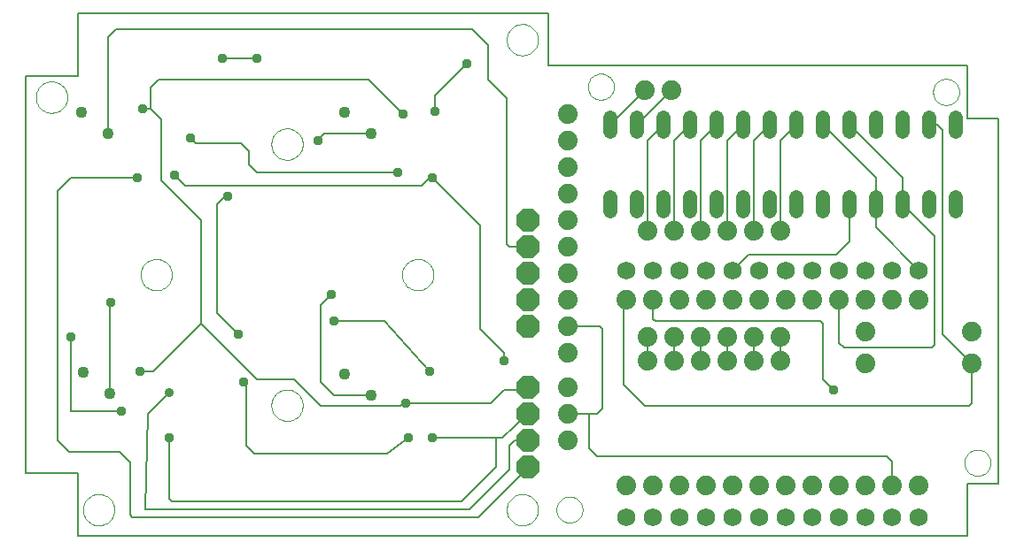
<source format=gbl>
G75*
%MOIN*%
%OFA0B0*%
%FSLAX24Y24*%
%IPPOS*%
%LPD*%
%AMOC8*
5,1,8,0,0,1.08239X$1,22.5*
%
%ADD10C,0.0000*%
%ADD11C,0.0080*%
%ADD12C,0.0436*%
%ADD13OC8,0.0850*%
%ADD14C,0.0520*%
%ADD15C,0.0740*%
%ADD16C,0.0690*%
%ADD17C,0.0356*%
%ADD18OC8,0.0356*%
D10*
X002665Y001484D02*
X002667Y001532D01*
X002673Y001580D01*
X002683Y001627D01*
X002696Y001673D01*
X002714Y001718D01*
X002734Y001762D01*
X002759Y001804D01*
X002787Y001843D01*
X002817Y001880D01*
X002851Y001914D01*
X002888Y001946D01*
X002926Y001975D01*
X002967Y002000D01*
X003010Y002022D01*
X003055Y002040D01*
X003101Y002054D01*
X003148Y002065D01*
X003196Y002072D01*
X003244Y002075D01*
X003292Y002074D01*
X003340Y002069D01*
X003388Y002060D01*
X003434Y002048D01*
X003479Y002031D01*
X003523Y002011D01*
X003565Y001988D01*
X003605Y001961D01*
X003643Y001931D01*
X003678Y001898D01*
X003710Y001862D01*
X003740Y001824D01*
X003766Y001783D01*
X003788Y001740D01*
X003808Y001696D01*
X003823Y001651D01*
X003835Y001604D01*
X003843Y001556D01*
X003847Y001508D01*
X003847Y001460D01*
X003843Y001412D01*
X003835Y001364D01*
X003823Y001317D01*
X003808Y001272D01*
X003788Y001228D01*
X003766Y001185D01*
X003740Y001144D01*
X003710Y001106D01*
X003678Y001070D01*
X003643Y001037D01*
X003605Y001007D01*
X003565Y000980D01*
X003523Y000957D01*
X003479Y000937D01*
X003434Y000920D01*
X003388Y000908D01*
X003340Y000899D01*
X003292Y000894D01*
X003244Y000893D01*
X003196Y000896D01*
X003148Y000903D01*
X003101Y000914D01*
X003055Y000928D01*
X003010Y000946D01*
X002967Y000968D01*
X002926Y000993D01*
X002888Y001022D01*
X002851Y001054D01*
X002817Y001088D01*
X002787Y001125D01*
X002759Y001164D01*
X002734Y001206D01*
X002714Y001250D01*
X002696Y001295D01*
X002683Y001341D01*
X002673Y001388D01*
X002667Y001436D01*
X002665Y001484D01*
X009752Y005421D02*
X009754Y005469D01*
X009760Y005517D01*
X009770Y005564D01*
X009783Y005610D01*
X009801Y005655D01*
X009821Y005699D01*
X009846Y005741D01*
X009874Y005780D01*
X009904Y005817D01*
X009938Y005851D01*
X009975Y005883D01*
X010013Y005912D01*
X010054Y005937D01*
X010097Y005959D01*
X010142Y005977D01*
X010188Y005991D01*
X010235Y006002D01*
X010283Y006009D01*
X010331Y006012D01*
X010379Y006011D01*
X010427Y006006D01*
X010475Y005997D01*
X010521Y005985D01*
X010566Y005968D01*
X010610Y005948D01*
X010652Y005925D01*
X010692Y005898D01*
X010730Y005868D01*
X010765Y005835D01*
X010797Y005799D01*
X010827Y005761D01*
X010853Y005720D01*
X010875Y005677D01*
X010895Y005633D01*
X010910Y005588D01*
X010922Y005541D01*
X010930Y005493D01*
X010934Y005445D01*
X010934Y005397D01*
X010930Y005349D01*
X010922Y005301D01*
X010910Y005254D01*
X010895Y005209D01*
X010875Y005165D01*
X010853Y005122D01*
X010827Y005081D01*
X010797Y005043D01*
X010765Y005007D01*
X010730Y004974D01*
X010692Y004944D01*
X010652Y004917D01*
X010610Y004894D01*
X010566Y004874D01*
X010521Y004857D01*
X010475Y004845D01*
X010427Y004836D01*
X010379Y004831D01*
X010331Y004830D01*
X010283Y004833D01*
X010235Y004840D01*
X010188Y004851D01*
X010142Y004865D01*
X010097Y004883D01*
X010054Y004905D01*
X010013Y004930D01*
X009975Y004959D01*
X009938Y004991D01*
X009904Y005025D01*
X009874Y005062D01*
X009846Y005101D01*
X009821Y005143D01*
X009801Y005187D01*
X009783Y005232D01*
X009770Y005278D01*
X009760Y005325D01*
X009754Y005373D01*
X009752Y005421D01*
X004830Y010343D02*
X004832Y010391D01*
X004838Y010439D01*
X004848Y010486D01*
X004861Y010532D01*
X004879Y010577D01*
X004899Y010621D01*
X004924Y010663D01*
X004952Y010702D01*
X004982Y010739D01*
X005016Y010773D01*
X005053Y010805D01*
X005091Y010834D01*
X005132Y010859D01*
X005175Y010881D01*
X005220Y010899D01*
X005266Y010913D01*
X005313Y010924D01*
X005361Y010931D01*
X005409Y010934D01*
X005457Y010933D01*
X005505Y010928D01*
X005553Y010919D01*
X005599Y010907D01*
X005644Y010890D01*
X005688Y010870D01*
X005730Y010847D01*
X005770Y010820D01*
X005808Y010790D01*
X005843Y010757D01*
X005875Y010721D01*
X005905Y010683D01*
X005931Y010642D01*
X005953Y010599D01*
X005973Y010555D01*
X005988Y010510D01*
X006000Y010463D01*
X006008Y010415D01*
X006012Y010367D01*
X006012Y010319D01*
X006008Y010271D01*
X006000Y010223D01*
X005988Y010176D01*
X005973Y010131D01*
X005953Y010087D01*
X005931Y010044D01*
X005905Y010003D01*
X005875Y009965D01*
X005843Y009929D01*
X005808Y009896D01*
X005770Y009866D01*
X005730Y009839D01*
X005688Y009816D01*
X005644Y009796D01*
X005599Y009779D01*
X005553Y009767D01*
X005505Y009758D01*
X005457Y009753D01*
X005409Y009752D01*
X005361Y009755D01*
X005313Y009762D01*
X005266Y009773D01*
X005220Y009787D01*
X005175Y009805D01*
X005132Y009827D01*
X005091Y009852D01*
X005053Y009881D01*
X005016Y009913D01*
X004982Y009947D01*
X004952Y009984D01*
X004924Y010023D01*
X004899Y010065D01*
X004879Y010109D01*
X004861Y010154D01*
X004848Y010200D01*
X004838Y010247D01*
X004832Y010295D01*
X004830Y010343D01*
X009752Y015264D02*
X009754Y015312D01*
X009760Y015360D01*
X009770Y015407D01*
X009783Y015453D01*
X009801Y015498D01*
X009821Y015542D01*
X009846Y015584D01*
X009874Y015623D01*
X009904Y015660D01*
X009938Y015694D01*
X009975Y015726D01*
X010013Y015755D01*
X010054Y015780D01*
X010097Y015802D01*
X010142Y015820D01*
X010188Y015834D01*
X010235Y015845D01*
X010283Y015852D01*
X010331Y015855D01*
X010379Y015854D01*
X010427Y015849D01*
X010475Y015840D01*
X010521Y015828D01*
X010566Y015811D01*
X010610Y015791D01*
X010652Y015768D01*
X010692Y015741D01*
X010730Y015711D01*
X010765Y015678D01*
X010797Y015642D01*
X010827Y015604D01*
X010853Y015563D01*
X010875Y015520D01*
X010895Y015476D01*
X010910Y015431D01*
X010922Y015384D01*
X010930Y015336D01*
X010934Y015288D01*
X010934Y015240D01*
X010930Y015192D01*
X010922Y015144D01*
X010910Y015097D01*
X010895Y015052D01*
X010875Y015008D01*
X010853Y014965D01*
X010827Y014924D01*
X010797Y014886D01*
X010765Y014850D01*
X010730Y014817D01*
X010692Y014787D01*
X010652Y014760D01*
X010610Y014737D01*
X010566Y014717D01*
X010521Y014700D01*
X010475Y014688D01*
X010427Y014679D01*
X010379Y014674D01*
X010331Y014673D01*
X010283Y014676D01*
X010235Y014683D01*
X010188Y014694D01*
X010142Y014708D01*
X010097Y014726D01*
X010054Y014748D01*
X010013Y014773D01*
X009975Y014802D01*
X009938Y014834D01*
X009904Y014868D01*
X009874Y014905D01*
X009846Y014944D01*
X009821Y014986D01*
X009801Y015030D01*
X009783Y015075D01*
X009770Y015121D01*
X009760Y015168D01*
X009754Y015216D01*
X009752Y015264D01*
X000893Y017035D02*
X000895Y017083D01*
X000901Y017131D01*
X000911Y017178D01*
X000924Y017224D01*
X000942Y017269D01*
X000962Y017313D01*
X000987Y017355D01*
X001015Y017394D01*
X001045Y017431D01*
X001079Y017465D01*
X001116Y017497D01*
X001154Y017526D01*
X001195Y017551D01*
X001238Y017573D01*
X001283Y017591D01*
X001329Y017605D01*
X001376Y017616D01*
X001424Y017623D01*
X001472Y017626D01*
X001520Y017625D01*
X001568Y017620D01*
X001616Y017611D01*
X001662Y017599D01*
X001707Y017582D01*
X001751Y017562D01*
X001793Y017539D01*
X001833Y017512D01*
X001871Y017482D01*
X001906Y017449D01*
X001938Y017413D01*
X001968Y017375D01*
X001994Y017334D01*
X002016Y017291D01*
X002036Y017247D01*
X002051Y017202D01*
X002063Y017155D01*
X002071Y017107D01*
X002075Y017059D01*
X002075Y017011D01*
X002071Y016963D01*
X002063Y016915D01*
X002051Y016868D01*
X002036Y016823D01*
X002016Y016779D01*
X001994Y016736D01*
X001968Y016695D01*
X001938Y016657D01*
X001906Y016621D01*
X001871Y016588D01*
X001833Y016558D01*
X001793Y016531D01*
X001751Y016508D01*
X001707Y016488D01*
X001662Y016471D01*
X001616Y016459D01*
X001568Y016450D01*
X001520Y016445D01*
X001472Y016444D01*
X001424Y016447D01*
X001376Y016454D01*
X001329Y016465D01*
X001283Y016479D01*
X001238Y016497D01*
X001195Y016519D01*
X001154Y016544D01*
X001116Y016573D01*
X001079Y016605D01*
X001045Y016639D01*
X001015Y016676D01*
X000987Y016715D01*
X000962Y016757D01*
X000942Y016801D01*
X000924Y016846D01*
X000911Y016892D01*
X000901Y016939D01*
X000895Y016987D01*
X000893Y017035D01*
X014673Y010343D02*
X014675Y010391D01*
X014681Y010439D01*
X014691Y010486D01*
X014704Y010532D01*
X014722Y010577D01*
X014742Y010621D01*
X014767Y010663D01*
X014795Y010702D01*
X014825Y010739D01*
X014859Y010773D01*
X014896Y010805D01*
X014934Y010834D01*
X014975Y010859D01*
X015018Y010881D01*
X015063Y010899D01*
X015109Y010913D01*
X015156Y010924D01*
X015204Y010931D01*
X015252Y010934D01*
X015300Y010933D01*
X015348Y010928D01*
X015396Y010919D01*
X015442Y010907D01*
X015487Y010890D01*
X015531Y010870D01*
X015573Y010847D01*
X015613Y010820D01*
X015651Y010790D01*
X015686Y010757D01*
X015718Y010721D01*
X015748Y010683D01*
X015774Y010642D01*
X015796Y010599D01*
X015816Y010555D01*
X015831Y010510D01*
X015843Y010463D01*
X015851Y010415D01*
X015855Y010367D01*
X015855Y010319D01*
X015851Y010271D01*
X015843Y010223D01*
X015831Y010176D01*
X015816Y010131D01*
X015796Y010087D01*
X015774Y010044D01*
X015748Y010003D01*
X015718Y009965D01*
X015686Y009929D01*
X015651Y009896D01*
X015613Y009866D01*
X015573Y009839D01*
X015531Y009816D01*
X015487Y009796D01*
X015442Y009779D01*
X015396Y009767D01*
X015348Y009758D01*
X015300Y009753D01*
X015252Y009752D01*
X015204Y009755D01*
X015156Y009762D01*
X015109Y009773D01*
X015063Y009787D01*
X015018Y009805D01*
X014975Y009827D01*
X014934Y009852D01*
X014896Y009881D01*
X014859Y009913D01*
X014825Y009947D01*
X014795Y009984D01*
X014767Y010023D01*
X014742Y010065D01*
X014722Y010109D01*
X014704Y010154D01*
X014691Y010200D01*
X014681Y010247D01*
X014675Y010295D01*
X014673Y010343D01*
X021662Y017429D02*
X021664Y017473D01*
X021670Y017517D01*
X021680Y017560D01*
X021693Y017602D01*
X021711Y017642D01*
X021732Y017681D01*
X021756Y017718D01*
X021783Y017753D01*
X021814Y017785D01*
X021847Y017814D01*
X021883Y017840D01*
X021921Y017862D01*
X021961Y017881D01*
X022002Y017897D01*
X022045Y017909D01*
X022088Y017917D01*
X022132Y017921D01*
X022176Y017921D01*
X022220Y017917D01*
X022263Y017909D01*
X022306Y017897D01*
X022347Y017881D01*
X022387Y017862D01*
X022425Y017840D01*
X022461Y017814D01*
X022494Y017785D01*
X022525Y017753D01*
X022552Y017718D01*
X022576Y017681D01*
X022597Y017642D01*
X022615Y017602D01*
X022628Y017560D01*
X022638Y017517D01*
X022644Y017473D01*
X022646Y017429D01*
X022644Y017385D01*
X022638Y017341D01*
X022628Y017298D01*
X022615Y017256D01*
X022597Y017216D01*
X022576Y017177D01*
X022552Y017140D01*
X022525Y017105D01*
X022494Y017073D01*
X022461Y017044D01*
X022425Y017018D01*
X022387Y016996D01*
X022347Y016977D01*
X022306Y016961D01*
X022263Y016949D01*
X022220Y016941D01*
X022176Y016937D01*
X022132Y016937D01*
X022088Y016941D01*
X022045Y016949D01*
X022002Y016961D01*
X021961Y016977D01*
X021921Y016996D01*
X021883Y017018D01*
X021847Y017044D01*
X021814Y017073D01*
X021783Y017105D01*
X021756Y017140D01*
X021732Y017177D01*
X021711Y017216D01*
X021693Y017256D01*
X021680Y017298D01*
X021670Y017341D01*
X021664Y017385D01*
X021662Y017429D01*
X018610Y019201D02*
X018612Y019249D01*
X018618Y019297D01*
X018628Y019344D01*
X018641Y019390D01*
X018659Y019435D01*
X018679Y019479D01*
X018704Y019521D01*
X018732Y019560D01*
X018762Y019597D01*
X018796Y019631D01*
X018833Y019663D01*
X018871Y019692D01*
X018912Y019717D01*
X018955Y019739D01*
X019000Y019757D01*
X019046Y019771D01*
X019093Y019782D01*
X019141Y019789D01*
X019189Y019792D01*
X019237Y019791D01*
X019285Y019786D01*
X019333Y019777D01*
X019379Y019765D01*
X019424Y019748D01*
X019468Y019728D01*
X019510Y019705D01*
X019550Y019678D01*
X019588Y019648D01*
X019623Y019615D01*
X019655Y019579D01*
X019685Y019541D01*
X019711Y019500D01*
X019733Y019457D01*
X019753Y019413D01*
X019768Y019368D01*
X019780Y019321D01*
X019788Y019273D01*
X019792Y019225D01*
X019792Y019177D01*
X019788Y019129D01*
X019780Y019081D01*
X019768Y019034D01*
X019753Y018989D01*
X019733Y018945D01*
X019711Y018902D01*
X019685Y018861D01*
X019655Y018823D01*
X019623Y018787D01*
X019588Y018754D01*
X019550Y018724D01*
X019510Y018697D01*
X019468Y018674D01*
X019424Y018654D01*
X019379Y018637D01*
X019333Y018625D01*
X019285Y018616D01*
X019237Y018611D01*
X019189Y018610D01*
X019141Y018613D01*
X019093Y018620D01*
X019046Y018631D01*
X019000Y018645D01*
X018955Y018663D01*
X018912Y018685D01*
X018871Y018710D01*
X018833Y018739D01*
X018796Y018771D01*
X018762Y018805D01*
X018732Y018842D01*
X018704Y018881D01*
X018679Y018923D01*
X018659Y018967D01*
X018641Y019012D01*
X018628Y019058D01*
X018618Y019105D01*
X018612Y019153D01*
X018610Y019201D01*
X034654Y017232D02*
X034656Y017276D01*
X034662Y017320D01*
X034672Y017363D01*
X034685Y017405D01*
X034703Y017445D01*
X034724Y017484D01*
X034748Y017521D01*
X034775Y017556D01*
X034806Y017588D01*
X034839Y017617D01*
X034875Y017643D01*
X034913Y017665D01*
X034953Y017684D01*
X034994Y017700D01*
X035037Y017712D01*
X035080Y017720D01*
X035124Y017724D01*
X035168Y017724D01*
X035212Y017720D01*
X035255Y017712D01*
X035298Y017700D01*
X035339Y017684D01*
X035379Y017665D01*
X035417Y017643D01*
X035453Y017617D01*
X035486Y017588D01*
X035517Y017556D01*
X035544Y017521D01*
X035568Y017484D01*
X035589Y017445D01*
X035607Y017405D01*
X035620Y017363D01*
X035630Y017320D01*
X035636Y017276D01*
X035638Y017232D01*
X035636Y017188D01*
X035630Y017144D01*
X035620Y017101D01*
X035607Y017059D01*
X035589Y017019D01*
X035568Y016980D01*
X035544Y016943D01*
X035517Y016908D01*
X035486Y016876D01*
X035453Y016847D01*
X035417Y016821D01*
X035379Y016799D01*
X035339Y016780D01*
X035298Y016764D01*
X035255Y016752D01*
X035212Y016744D01*
X035168Y016740D01*
X035124Y016740D01*
X035080Y016744D01*
X035037Y016752D01*
X034994Y016764D01*
X034953Y016780D01*
X034913Y016799D01*
X034875Y016821D01*
X034839Y016847D01*
X034806Y016876D01*
X034775Y016908D01*
X034748Y016943D01*
X034724Y016980D01*
X034703Y017019D01*
X034685Y017059D01*
X034672Y017101D01*
X034662Y017144D01*
X034656Y017188D01*
X034654Y017232D01*
X035835Y003256D02*
X035837Y003300D01*
X035843Y003344D01*
X035853Y003387D01*
X035866Y003429D01*
X035884Y003469D01*
X035905Y003508D01*
X035929Y003545D01*
X035956Y003580D01*
X035987Y003612D01*
X036020Y003641D01*
X036056Y003667D01*
X036094Y003689D01*
X036134Y003708D01*
X036175Y003724D01*
X036218Y003736D01*
X036261Y003744D01*
X036305Y003748D01*
X036349Y003748D01*
X036393Y003744D01*
X036436Y003736D01*
X036479Y003724D01*
X036520Y003708D01*
X036560Y003689D01*
X036598Y003667D01*
X036634Y003641D01*
X036667Y003612D01*
X036698Y003580D01*
X036725Y003545D01*
X036749Y003508D01*
X036770Y003469D01*
X036788Y003429D01*
X036801Y003387D01*
X036811Y003344D01*
X036817Y003300D01*
X036819Y003256D01*
X036817Y003212D01*
X036811Y003168D01*
X036801Y003125D01*
X036788Y003083D01*
X036770Y003043D01*
X036749Y003004D01*
X036725Y002967D01*
X036698Y002932D01*
X036667Y002900D01*
X036634Y002871D01*
X036598Y002845D01*
X036560Y002823D01*
X036520Y002804D01*
X036479Y002788D01*
X036436Y002776D01*
X036393Y002768D01*
X036349Y002764D01*
X036305Y002764D01*
X036261Y002768D01*
X036218Y002776D01*
X036175Y002788D01*
X036134Y002804D01*
X036094Y002823D01*
X036056Y002845D01*
X036020Y002871D01*
X035987Y002900D01*
X035956Y002932D01*
X035929Y002967D01*
X035905Y003004D01*
X035884Y003043D01*
X035866Y003083D01*
X035853Y003125D01*
X035843Y003168D01*
X035837Y003212D01*
X035835Y003256D01*
X020480Y001484D02*
X020482Y001528D01*
X020488Y001572D01*
X020498Y001615D01*
X020511Y001657D01*
X020529Y001697D01*
X020550Y001736D01*
X020574Y001773D01*
X020601Y001808D01*
X020632Y001840D01*
X020665Y001869D01*
X020701Y001895D01*
X020739Y001917D01*
X020779Y001936D01*
X020820Y001952D01*
X020863Y001964D01*
X020906Y001972D01*
X020950Y001976D01*
X020994Y001976D01*
X021038Y001972D01*
X021081Y001964D01*
X021124Y001952D01*
X021165Y001936D01*
X021205Y001917D01*
X021243Y001895D01*
X021279Y001869D01*
X021312Y001840D01*
X021343Y001808D01*
X021370Y001773D01*
X021394Y001736D01*
X021415Y001697D01*
X021433Y001657D01*
X021446Y001615D01*
X021456Y001572D01*
X021462Y001528D01*
X021464Y001484D01*
X021462Y001440D01*
X021456Y001396D01*
X021446Y001353D01*
X021433Y001311D01*
X021415Y001271D01*
X021394Y001232D01*
X021370Y001195D01*
X021343Y001160D01*
X021312Y001128D01*
X021279Y001099D01*
X021243Y001073D01*
X021205Y001051D01*
X021165Y001032D01*
X021124Y001016D01*
X021081Y001004D01*
X021038Y000996D01*
X020994Y000992D01*
X020950Y000992D01*
X020906Y000996D01*
X020863Y001004D01*
X020820Y001016D01*
X020779Y001032D01*
X020739Y001051D01*
X020701Y001073D01*
X020665Y001099D01*
X020632Y001128D01*
X020601Y001160D01*
X020574Y001195D01*
X020550Y001232D01*
X020529Y001271D01*
X020511Y001311D01*
X020498Y001353D01*
X020488Y001396D01*
X020482Y001440D01*
X020480Y001484D01*
X018610Y001484D02*
X018612Y001532D01*
X018618Y001580D01*
X018628Y001627D01*
X018641Y001673D01*
X018659Y001718D01*
X018679Y001762D01*
X018704Y001804D01*
X018732Y001843D01*
X018762Y001880D01*
X018796Y001914D01*
X018833Y001946D01*
X018871Y001975D01*
X018912Y002000D01*
X018955Y002022D01*
X019000Y002040D01*
X019046Y002054D01*
X019093Y002065D01*
X019141Y002072D01*
X019189Y002075D01*
X019237Y002074D01*
X019285Y002069D01*
X019333Y002060D01*
X019379Y002048D01*
X019424Y002031D01*
X019468Y002011D01*
X019510Y001988D01*
X019550Y001961D01*
X019588Y001931D01*
X019623Y001898D01*
X019655Y001862D01*
X019685Y001824D01*
X019711Y001783D01*
X019733Y001740D01*
X019753Y001696D01*
X019768Y001651D01*
X019780Y001604D01*
X019788Y001556D01*
X019792Y001508D01*
X019792Y001460D01*
X019788Y001412D01*
X019780Y001364D01*
X019768Y001317D01*
X019753Y001272D01*
X019733Y001228D01*
X019711Y001185D01*
X019685Y001144D01*
X019655Y001106D01*
X019623Y001070D01*
X019588Y001037D01*
X019550Y001007D01*
X019510Y000980D01*
X019468Y000957D01*
X019424Y000937D01*
X019379Y000920D01*
X019333Y000908D01*
X019285Y000899D01*
X019237Y000894D01*
X019189Y000893D01*
X019141Y000896D01*
X019093Y000903D01*
X019046Y000914D01*
X019000Y000928D01*
X018955Y000946D01*
X018912Y000968D01*
X018871Y000993D01*
X018833Y001022D01*
X018796Y001054D01*
X018762Y001088D01*
X018732Y001125D01*
X018704Y001164D01*
X018679Y001206D01*
X018659Y001250D01*
X018641Y001295D01*
X018628Y001341D01*
X018618Y001388D01*
X018612Y001436D01*
X018610Y001484D01*
D11*
X002469Y000500D02*
X002469Y002862D01*
X000500Y002862D01*
X000500Y017823D01*
X002469Y017823D01*
X002469Y020185D01*
X020185Y020185D01*
X020185Y018217D01*
X035933Y018217D01*
X035933Y016248D01*
X037114Y016248D01*
X037114Y002469D01*
X035933Y002469D01*
X035933Y000500D01*
X002469Y000500D01*
X004437Y001287D02*
X004524Y001200D01*
X017543Y001200D01*
X019401Y003057D01*
X019400Y003100D01*
X018700Y003000D02*
X018700Y003900D01*
X018900Y004100D01*
X019400Y004100D01*
X018443Y004200D02*
X018200Y004200D01*
X018200Y003100D01*
X016900Y001800D01*
X006000Y001800D01*
X005900Y001900D01*
X005900Y004200D01*
X004437Y003256D02*
X004437Y001287D01*
X005000Y001500D02*
X005100Y005100D01*
X005900Y005900D01*
X005300Y006700D02*
X004800Y006700D01*
X005300Y006700D02*
X007100Y008500D01*
X009200Y006400D01*
X010600Y006400D01*
X011600Y005400D01*
X014600Y005400D01*
X014700Y005500D01*
X014800Y005500D01*
X018000Y005500D01*
X018500Y006000D01*
X019243Y006000D01*
X019400Y006100D01*
X018500Y007100D02*
X018500Y007400D01*
X017600Y008300D01*
X017600Y012200D01*
X015800Y014000D01*
X015700Y014000D01*
X015400Y013700D01*
X006500Y013700D01*
X006100Y014100D01*
X005600Y013900D02*
X007100Y012400D01*
X007100Y008500D01*
X007700Y008900D02*
X007700Y013000D01*
X008000Y013300D01*
X008100Y013300D01*
X009200Y014200D02*
X014500Y014200D01*
X013524Y015650D02*
X011750Y015650D01*
X011500Y015400D01*
X009200Y014200D02*
X008900Y014500D01*
X008900Y015000D01*
X008600Y015300D01*
X006900Y015300D01*
X006700Y015500D01*
X005600Y016200D02*
X005200Y016600D01*
X005200Y017400D01*
X005500Y017700D01*
X013400Y017700D01*
X014700Y016400D01*
X015900Y016500D02*
X015900Y017100D01*
X017100Y018300D01*
X017900Y017700D02*
X018600Y017000D01*
X018600Y011500D01*
X018700Y011400D01*
X019400Y011400D01*
X023000Y009275D02*
X023125Y009400D01*
X023000Y009275D02*
X023000Y006200D01*
X023800Y005400D01*
X036000Y005400D01*
X036100Y005500D01*
X036100Y007000D01*
X035000Y008100D01*
X035000Y015800D01*
X034800Y016000D01*
X034500Y016000D01*
X033500Y014000D02*
X031500Y016000D01*
X030500Y016000D02*
X032500Y014000D01*
X032500Y013000D01*
X032500Y012125D01*
X034125Y010500D01*
X034700Y011800D02*
X034700Y007700D01*
X034600Y007600D01*
X031300Y007600D01*
X031125Y007775D01*
X031125Y009400D01*
X030400Y008600D02*
X024200Y008600D01*
X024125Y008675D01*
X024125Y009400D01*
X022200Y008300D02*
X022100Y008400D01*
X020900Y008400D01*
X022200Y008300D02*
X022200Y005300D01*
X022000Y005100D01*
X021700Y005100D01*
X021700Y003800D01*
X022000Y003500D01*
X032900Y003500D01*
X033100Y003300D01*
X033100Y002425D01*
X033125Y002400D01*
X030900Y006000D02*
X030500Y006400D01*
X030500Y008500D01*
X030400Y008600D01*
X028900Y008000D02*
X028900Y007100D01*
X027900Y007100D02*
X027900Y008000D01*
X026900Y008000D02*
X026900Y007100D01*
X025900Y007100D02*
X025900Y008000D01*
X024900Y008000D02*
X024900Y007100D01*
X023900Y007100D02*
X023900Y008000D01*
X027125Y010500D02*
X027725Y011100D01*
X031000Y011100D01*
X031500Y011600D01*
X031500Y013000D01*
X033500Y013000D02*
X033500Y014000D01*
X033500Y013000D02*
X034700Y011800D01*
X028900Y012000D02*
X028900Y015400D01*
X029500Y016000D01*
X028500Y016000D02*
X027900Y015400D01*
X027900Y012000D01*
X026900Y012000D02*
X026900Y015400D01*
X027500Y016000D01*
X026500Y016000D02*
X025900Y015400D01*
X025900Y012000D01*
X024900Y012000D02*
X024900Y015400D01*
X025500Y016000D01*
X024500Y016000D02*
X023900Y015400D01*
X023900Y012000D01*
X023500Y016000D02*
X024800Y017300D01*
X023800Y017300D02*
X022500Y016000D01*
X017900Y017700D02*
X017900Y019000D01*
X017300Y019600D01*
X003900Y019600D01*
X003600Y019300D01*
X003600Y015671D01*
X003621Y015650D01*
X004900Y016600D02*
X005200Y016600D01*
X005600Y016200D02*
X005600Y013900D01*
X004700Y014000D02*
X002200Y014000D01*
X001700Y013500D01*
X001700Y004087D01*
X002138Y003650D01*
X004043Y003650D01*
X004437Y003256D01*
X005000Y001500D02*
X017200Y001500D01*
X018700Y003000D01*
X018443Y004200D02*
X019400Y005100D01*
X020900Y005100D02*
X021700Y005100D01*
X018200Y004200D02*
X015800Y004200D01*
X014900Y004200D02*
X014100Y003600D01*
X009100Y003600D01*
X008800Y003900D01*
X008800Y006200D01*
X008700Y006300D01*
X011600Y006300D02*
X012093Y005807D01*
X013524Y005807D01*
X011600Y006300D02*
X011600Y009200D01*
X012000Y009600D01*
X012100Y008600D02*
X014000Y008600D01*
X015700Y006700D01*
X008500Y008100D02*
X007700Y008900D01*
X003700Y009300D02*
X003682Y009082D01*
X003682Y005857D01*
X004100Y005200D02*
X002200Y005200D01*
X002200Y008000D01*
X007900Y018500D02*
X009200Y018500D01*
D12*
X012524Y016450D03*
X013524Y015650D03*
X003621Y015650D03*
X002621Y016450D03*
X002682Y006657D03*
X003682Y005857D03*
X012524Y006607D03*
X013524Y005807D03*
D13*
X019400Y006100D03*
X019400Y005100D03*
X019400Y004100D03*
X019400Y003100D03*
X019400Y008400D03*
X019400Y009400D03*
X019400Y010400D03*
X019400Y011400D03*
X019400Y012400D03*
D14*
X022500Y012740D02*
X022500Y013260D01*
X023500Y013260D02*
X023500Y012740D01*
X024500Y012740D02*
X024500Y013260D01*
X025500Y013260D02*
X025500Y012740D01*
X026500Y012740D02*
X026500Y013260D01*
X027500Y013260D02*
X027500Y012740D01*
X028500Y012740D02*
X028500Y013260D01*
X029500Y013260D02*
X029500Y012740D01*
X030500Y012740D02*
X030500Y013260D01*
X031500Y013260D02*
X031500Y012740D01*
X032500Y012740D02*
X032500Y013260D01*
X033500Y013260D02*
X033500Y012740D01*
X034500Y012740D02*
X034500Y013260D01*
X035500Y013260D02*
X035500Y012740D01*
X035500Y015740D02*
X035500Y016260D01*
X034500Y016260D02*
X034500Y015740D01*
X033500Y015740D02*
X033500Y016260D01*
X032500Y016260D02*
X032500Y015740D01*
X031500Y015740D02*
X031500Y016260D01*
X030500Y016260D02*
X030500Y015740D01*
X029500Y015740D02*
X029500Y016260D01*
X028500Y016260D02*
X028500Y015740D01*
X027500Y015740D02*
X027500Y016260D01*
X026500Y016260D02*
X026500Y015740D01*
X025500Y015740D02*
X025500Y016260D01*
X024500Y016260D02*
X024500Y015740D01*
X023500Y015740D02*
X023500Y016260D01*
X022500Y016260D02*
X022500Y015740D01*
D15*
X020900Y015400D03*
X020900Y014400D03*
X020900Y013400D03*
X020900Y012400D03*
X020900Y011400D03*
X020900Y010400D03*
X020900Y009400D03*
X020900Y008400D03*
X020900Y007400D03*
X020900Y006100D03*
X020900Y005100D03*
X020900Y004100D03*
X023125Y002400D03*
X024125Y002400D03*
X025125Y002400D03*
X026125Y002400D03*
X027125Y002400D03*
X028125Y002400D03*
X029125Y002400D03*
X030125Y002400D03*
X031125Y002400D03*
X032125Y002400D03*
X033125Y002400D03*
X034125Y002400D03*
X036100Y007000D03*
X036100Y008200D03*
X034125Y009400D03*
X033125Y009400D03*
X032125Y009400D03*
X031125Y009400D03*
X030125Y009400D03*
X029125Y009400D03*
X028125Y009400D03*
X027125Y009400D03*
X026125Y009400D03*
X025125Y009400D03*
X024125Y009400D03*
X023125Y009400D03*
X023900Y008000D03*
X024900Y008000D03*
X025900Y008000D03*
X026900Y008000D03*
X027900Y008000D03*
X028900Y008000D03*
X028900Y007100D03*
X027900Y007100D03*
X026900Y007100D03*
X025900Y007100D03*
X024900Y007100D03*
X023900Y007100D03*
X032100Y007000D03*
X032100Y008200D03*
X028900Y012000D03*
X027900Y012000D03*
X026900Y012000D03*
X025900Y012000D03*
X024900Y012000D03*
X023900Y012000D03*
X020900Y016400D03*
X023800Y017300D03*
X024800Y017300D03*
D16*
X025125Y010500D03*
X024125Y010500D03*
X023125Y010500D03*
X026125Y010500D03*
X027125Y010500D03*
X028125Y010500D03*
X029125Y010500D03*
X030125Y010500D03*
X031125Y010500D03*
X032125Y010500D03*
X033125Y010500D03*
X034125Y010500D03*
X034125Y001200D03*
X033125Y001200D03*
X032125Y001200D03*
X031125Y001200D03*
X030125Y001200D03*
X029125Y001200D03*
X028125Y001200D03*
X027125Y001200D03*
X026125Y001200D03*
X025125Y001200D03*
X024125Y001200D03*
X023125Y001200D03*
D17*
X005900Y005900D03*
D18*
X004800Y006700D03*
X004100Y005200D03*
X005900Y004200D03*
X008700Y006300D03*
X008500Y008100D03*
X012100Y008600D03*
X012000Y009600D03*
X015700Y006700D03*
X014800Y005500D03*
X014900Y004200D03*
X015800Y004200D03*
X018500Y007100D03*
X008100Y013300D03*
X006100Y014100D03*
X004700Y014000D03*
X006700Y015500D03*
X004900Y016600D03*
X007900Y018500D03*
X009200Y018500D03*
X014700Y016400D03*
X015900Y016500D03*
X017100Y018300D03*
X011500Y015400D03*
X014500Y014200D03*
X015800Y014000D03*
X003700Y009300D03*
X002200Y008000D03*
X030900Y006000D03*
M02*

</source>
